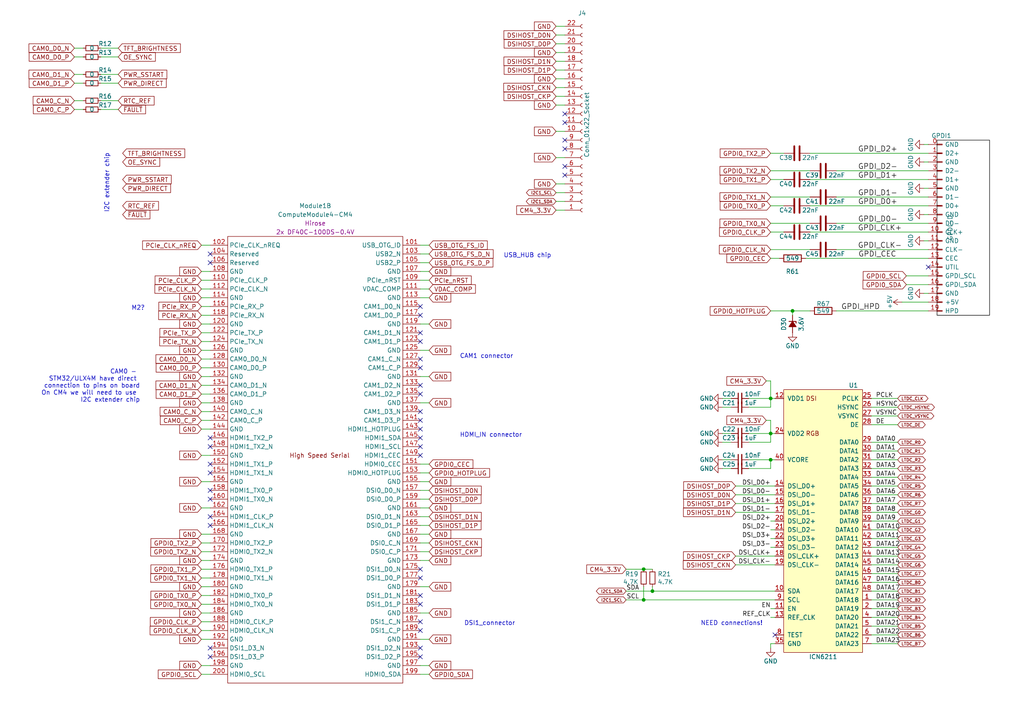
<source format=kicad_sch>
(kicad_sch (version 20230121) (generator eeschema)
  (paper "A4")
  (junction (at 186.69 165.1))
  (junction (at 223.52 133.35))
  (junction (at 186.69 173.99))
  (junction (at 223.52 115.57))
  (junction (at 223.52 125.73))
  (junction (at 189.23 171.45))
  (junction (at 229.87 90.17))
  (no_connect (at 121.92 165.1))
  (no_connect (at 121.92 106.68))
  (no_connect (at 60.96 127))
  (no_connect (at 163.83 35.56))
  (no_connect (at 121.92 104.14))
  (no_connect (at 60.96 187.96))
  (no_connect (at 121.92 182.88))
  (no_connect (at 121.92 88.9))
  (no_connect (at 60.96 152.4))
  (no_connect (at 60.96 134.62))
  (no_connect (at 121.92 129.54))
  (no_connect (at 224.79 184.15))
  (no_connect (at 121.92 175.26))
  (no_connect (at 121.92 114.3))
  (no_connect (at 60.96 190.5))
  (no_connect (at 60.96 144.78))
  (no_connect (at 163.83 33.02))
  (no_connect (at 163.83 48.26))
  (no_connect (at 60.96 129.54))
  (no_connect (at 121.92 121.92))
  (no_connect (at 60.96 142.24))
  (no_connect (at 121.92 124.46))
  (no_connect (at 269.24 77.47))
  (no_connect (at 121.92 190.5))
  (no_connect (at 60.96 137.16))
  (no_connect (at 163.83 50.8))
  (no_connect (at 60.96 73.66))
  (no_connect (at 121.92 99.06))
  (no_connect (at 121.92 119.38))
  (no_connect (at 163.83 40.64))
  (no_connect (at 121.92 91.44))
  (no_connect (at 121.92 132.08))
  (no_connect (at 121.92 96.52))
  (no_connect (at 121.92 172.72))
  (no_connect (at 121.92 167.64))
  (no_connect (at 121.92 180.34))
  (no_connect (at 60.96 149.86))
  (no_connect (at 121.92 127))
  (no_connect (at 121.92 111.76))
  (no_connect (at 163.83 43.18))
  (no_connect (at 121.92 187.96))
  (no_connect (at 60.96 76.2))
  (wire (pts (xy 58.42 71.12) (xy 60.96 71.12)))
  (wire (pts (xy 234.95 57.15) (xy 223.52 57.15)))
  (wire (pts (xy 121.92 134.62) (xy 124.46 134.62)))
  (wire (pts (xy 58.42 91.44) (xy 60.96 91.44)))
  (wire (pts (xy 269.24 46.99) (xy 267.97 46.99)))
  (wire (pts (xy 252.73 128.27) (xy 260.35 128.27)))
  (wire (pts (xy 121.92 76.2) (xy 124.46 76.2)))
  (wire (pts (xy 58.42 119.38) (xy 60.96 119.38)))
  (wire (pts (xy 58.42 177.8) (xy 60.96 177.8)))
  (wire (pts (xy 229.87 90.17) (xy 223.52 90.17)))
  (wire (pts (xy 121.92 73.66) (xy 124.46 73.66)))
  (wire (pts (xy 209.55 125.73) (xy 212.09 125.73)))
  (wire (pts (xy 223.52 176.53) (xy 224.79 176.53)))
  (wire (pts (xy 121.92 160.02) (xy 124.46 160.02)))
  (wire (pts (xy 227.33 52.07) (xy 223.52 52.07)))
  (wire (pts (xy 58.42 93.98) (xy 60.96 93.98)))
  (wire (pts (xy 252.73 168.91) (xy 260.35 168.91)))
  (wire (pts (xy 223.52 133.35) (xy 224.79 133.35)))
  (wire (pts (xy 269.24 72.39) (xy 242.57 72.39)))
  (wire (pts (xy 252.73 156.21) (xy 260.35 156.21)))
  (wire (pts (xy 227.33 59.69) (xy 223.52 59.69)))
  (wire (pts (xy 223.52 125.73) (xy 223.52 128.27)))
  (wire (pts (xy 29.21 24.13) (xy 34.29 24.13)))
  (wire (pts (xy 269.24 82.55) (xy 262.89 82.55)))
  (wire (pts (xy 58.42 195.58) (xy 60.96 195.58)))
  (wire (pts (xy 121.92 81.28) (xy 124.46 81.28)))
  (wire (pts (xy 252.73 171.45) (xy 260.35 171.45)))
  (wire (pts (xy 252.73 146.05) (xy 260.35 146.05)))
  (wire (pts (xy 161.29 58.42) (xy 163.83 58.42)))
  (wire (pts (xy 181.61 165.1) (xy 186.69 165.1)))
  (wire (pts (xy 252.73 161.29) (xy 260.35 161.29)))
  (wire (pts (xy 252.73 118.11) (xy 260.35 118.11)))
  (wire (pts (xy 58.42 180.34) (xy 60.96 180.34)))
  (wire (pts (xy 252.73 151.13) (xy 260.35 151.13)))
  (wire (pts (xy 213.36 148.59) (xy 224.79 148.59)))
  (wire (pts (xy 121.92 152.4) (xy 124.46 152.4)))
  (wire (pts (xy 189.23 171.45) (xy 189.23 170.18)))
  (wire (pts (xy 21.59 24.13) (xy 24.13 24.13)))
  (wire (pts (xy 269.24 64.77) (xy 242.57 64.77)))
  (wire (pts (xy 58.42 132.08) (xy 60.96 132.08)))
  (wire (pts (xy 217.17 133.35) (xy 223.52 133.35)))
  (wire (pts (xy 269.24 52.07) (xy 234.95 52.07)))
  (wire (pts (xy 58.42 167.64) (xy 60.96 167.64)))
  (wire (pts (xy 217.17 115.57) (xy 223.52 115.57)))
  (wire (pts (xy 242.57 90.17) (xy 269.24 90.17)))
  (wire (pts (xy 223.52 151.13) (xy 224.79 151.13)))
  (wire (pts (xy 252.73 153.67) (xy 260.35 153.67)))
  (wire (pts (xy 21.59 21.59) (xy 24.13 21.59)))
  (wire (pts (xy 189.23 171.45) (xy 224.79 171.45)))
  (wire (pts (xy 121.92 149.86) (xy 124.46 149.86)))
  (wire (pts (xy 161.29 25.4) (xy 163.83 25.4)))
  (wire (pts (xy 233.68 74.93) (xy 269.24 74.93)))
  (wire (pts (xy 29.21 13.97) (xy 34.29 13.97)))
  (wire (pts (xy 161.29 17.78) (xy 163.83 17.78)))
  (wire (pts (xy 58.42 124.46) (xy 60.96 124.46)))
  (wire (pts (xy 252.73 135.89) (xy 260.35 135.89)))
  (wire (pts (xy 29.21 16.51) (xy 34.29 16.51)))
  (wire (pts (xy 217.17 125.73) (xy 223.52 125.73)))
  (wire (pts (xy 252.73 173.99) (xy 260.35 173.99)))
  (wire (pts (xy 252.73 130.81) (xy 260.35 130.81)))
  (wire (pts (xy 58.42 185.42) (xy 60.96 185.42)))
  (wire (pts (xy 58.42 111.76) (xy 60.96 111.76)))
  (wire (pts (xy 121.92 93.98) (xy 124.46 93.98)))
  (wire (pts (xy 252.73 115.57) (xy 260.35 115.57)))
  (wire (pts (xy 21.59 29.21) (xy 24.13 29.21)))
  (wire (pts (xy 186.69 173.99) (xy 186.69 170.18)))
  (wire (pts (xy 58.42 81.28) (xy 60.96 81.28)))
  (wire (pts (xy 209.55 115.57) (xy 212.09 115.57)))
  (wire (pts (xy 121.92 154.94) (xy 124.46 154.94)))
  (wire (pts (xy 269.24 80.01) (xy 262.89 80.01)))
  (wire (pts (xy 222.25 121.92) (xy 223.52 121.92)))
  (wire (pts (xy 223.52 125.73) (xy 224.79 125.73)))
  (wire (pts (xy 213.36 143.51) (xy 224.79 143.51)))
  (wire (pts (xy 121.92 101.6) (xy 124.46 101.6)))
  (wire (pts (xy 58.42 172.72) (xy 60.96 172.72)))
  (wire (pts (xy 161.29 20.32) (xy 163.83 20.32)))
  (wire (pts (xy 252.73 163.83) (xy 260.35 163.83)))
  (wire (pts (xy 161.29 7.62) (xy 163.83 7.62)))
  (wire (pts (xy 58.42 114.3) (xy 60.96 114.3)))
  (wire (pts (xy 121.92 157.48) (xy 124.46 157.48)))
  (wire (pts (xy 226.06 74.93) (xy 223.52 74.93)))
  (wire (pts (xy 269.24 85.09) (xy 267.97 85.09)))
  (wire (pts (xy 227.33 44.45) (xy 223.52 44.45)))
  (wire (pts (xy 121.92 147.32) (xy 124.46 147.32)))
  (wire (pts (xy 223.52 115.57) (xy 224.79 115.57)))
  (wire (pts (xy 58.42 193.04) (xy 60.96 193.04)))
  (wire (pts (xy 269.24 41.91) (xy 267.97 41.91)))
  (wire (pts (xy 29.21 31.75) (xy 34.29 31.75)))
  (wire (pts (xy 269.24 49.53) (xy 242.57 49.53)))
  (wire (pts (xy 252.73 186.69) (xy 260.35 186.69)))
  (wire (pts (xy 29.21 21.59) (xy 34.29 21.59)))
  (wire (pts (xy 252.73 133.35) (xy 260.35 133.35)))
  (wire (pts (xy 223.52 115.57) (xy 223.52 118.11)))
  (wire (pts (xy 58.42 88.9) (xy 60.96 88.9)))
  (wire (pts (xy 252.73 184.15) (xy 260.35 184.15)))
  (wire (pts (xy 223.52 110.49) (xy 223.52 115.57)))
  (wire (pts (xy 223.52 135.89) (xy 217.17 135.89)))
  (wire (pts (xy 58.42 139.7) (xy 60.96 139.7)))
  (wire (pts (xy 161.29 55.88) (xy 163.83 55.88)))
  (wire (pts (xy 252.73 148.59) (xy 260.35 148.59)))
  (wire (pts (xy 58.42 154.94) (xy 60.96 154.94)))
  (wire (pts (xy 58.42 170.18) (xy 60.96 170.18)))
  (wire (pts (xy 223.52 156.21) (xy 224.79 156.21)))
  (wire (pts (xy 234.95 49.53) (xy 223.52 49.53)))
  (wire (pts (xy 58.42 182.88) (xy 60.96 182.88)))
  (wire (pts (xy 58.42 165.1) (xy 60.96 165.1)))
  (wire (pts (xy 121.92 83.82) (xy 124.46 83.82)))
  (wire (pts (xy 161.29 45.72) (xy 163.83 45.72)))
  (wire (pts (xy 121.92 185.42) (xy 124.46 185.42)))
  (wire (pts (xy 223.52 118.11) (xy 217.17 118.11)))
  (wire (pts (xy 21.59 16.51) (xy 24.13 16.51)))
  (wire (pts (xy 121.92 139.7) (xy 124.46 139.7)))
  (wire (pts (xy 161.29 27.94) (xy 163.83 27.94)))
  (wire (pts (xy 269.24 44.45) (xy 234.95 44.45)))
  (wire (pts (xy 121.92 78.74) (xy 124.46 78.74)))
  (wire (pts (xy 209.55 135.89) (xy 212.09 135.89)))
  (wire (pts (xy 121.92 137.16) (xy 124.46 137.16)))
  (wire (pts (xy 58.42 160.02) (xy 60.96 160.02)))
  (wire (pts (xy 121.92 162.56) (xy 124.46 162.56)))
  (wire (pts (xy 58.42 104.14) (xy 60.96 104.14)))
  (wire (pts (xy 21.59 31.75) (xy 24.13 31.75)))
  (wire (pts (xy 223.52 186.69) (xy 224.79 186.69)))
  (wire (pts (xy 58.42 83.82) (xy 60.96 83.82)))
  (wire (pts (xy 121.92 86.36) (xy 124.46 86.36)))
  (wire (pts (xy 161.29 15.24) (xy 163.83 15.24)))
  (wire (pts (xy 121.92 144.78) (xy 124.46 144.78)))
  (wire (pts (xy 223.52 153.67) (xy 224.79 153.67)))
  (wire (pts (xy 269.24 59.69) (xy 234.95 59.69)))
  (wire (pts (xy 58.42 157.48) (xy 60.96 157.48)))
  (wire (pts (xy 58.42 109.22) (xy 60.96 109.22)))
  (wire (pts (xy 222.25 110.49) (xy 223.52 110.49)))
  (wire (pts (xy 213.36 163.83) (xy 224.79 163.83)))
  (wire (pts (xy 213.36 140.97) (xy 224.79 140.97)))
  (wire (pts (xy 121.92 142.24) (xy 124.46 142.24)))
  (wire (pts (xy 181.61 173.99) (xy 186.69 173.99)))
  (wire (pts (xy 227.33 67.31) (xy 223.52 67.31)))
  (wire (pts (xy 121.92 109.22) (xy 124.46 109.22)))
  (wire (pts (xy 213.36 161.29) (xy 224.79 161.29)))
  (wire (pts (xy 223.52 186.69) (xy 223.52 187.96)))
  (wire (pts (xy 161.29 30.48) (xy 163.83 30.48)))
  (wire (pts (xy 252.73 166.37) (xy 260.35 166.37)))
  (wire (pts (xy 161.29 12.7) (xy 163.83 12.7)))
  (wire (pts (xy 58.42 99.06) (xy 60.96 99.06)))
  (wire (pts (xy 252.73 143.51) (xy 260.35 143.51)))
  (wire (pts (xy 58.42 96.52) (xy 60.96 96.52)))
  (wire (pts (xy 269.24 69.85) (xy 267.97 69.85)))
  (wire (pts (xy 121.92 177.8) (xy 124.46 177.8)))
  (wire (pts (xy 269.24 57.15) (xy 242.57 57.15)))
  (wire (pts (xy 213.36 146.05) (xy 224.79 146.05)))
  (wire (pts (xy 161.29 60.96) (xy 163.83 60.96)))
  (wire (pts (xy 161.29 53.34) (xy 163.83 53.34)))
  (wire (pts (xy 234.95 90.17) (xy 229.87 90.17)))
  (wire (pts (xy 209.55 128.27) (xy 212.09 128.27)))
  (wire (pts (xy 58.42 121.92) (xy 60.96 121.92)))
  (wire (pts (xy 121.92 71.12) (xy 124.46 71.12)))
  (wire (pts (xy 161.29 38.1) (xy 163.83 38.1)))
  (wire (pts (xy 209.55 133.35) (xy 212.09 133.35)))
  (wire (pts (xy 252.73 120.65) (xy 260.35 120.65)))
  (wire (pts (xy 58.42 78.74) (xy 60.96 78.74)))
  (wire (pts (xy 121.92 170.18) (xy 124.46 170.18)))
  (wire (pts (xy 269.24 67.31) (xy 234.95 67.31)))
  (wire (pts (xy 181.61 171.45) (xy 189.23 171.45)))
  (wire (pts (xy 269.24 62.23) (xy 267.97 62.23)))
  (wire (pts (xy 252.73 158.75) (xy 260.35 158.75)))
  (wire (pts (xy 161.29 10.16) (xy 163.83 10.16)))
  (wire (pts (xy 121.92 195.58) (xy 124.46 195.58)))
  (wire (pts (xy 186.69 165.1) (xy 189.23 165.1)))
  (wire (pts (xy 252.73 140.97) (xy 260.35 140.97)))
  (wire (pts (xy 161.29 22.86) (xy 163.83 22.86)))
  (wire (pts (xy 223.52 158.75) (xy 224.79 158.75)))
  (wire (pts (xy 252.73 179.07) (xy 260.35 179.07)))
  (wire (pts (xy 269.24 87.63) (xy 261.62 87.63)))
  (wire (pts (xy 58.42 86.36) (xy 60.96 86.36)))
  (wire (pts (xy 58.42 147.32) (xy 60.96 147.32)))
  (wire (pts (xy 234.95 64.77) (xy 223.52 64.77)))
  (wire (pts (xy 209.55 118.11) (xy 212.09 118.11)))
  (wire (pts (xy 223.52 133.35) (xy 223.52 135.89)))
  (wire (pts (xy 58.42 175.26) (xy 60.96 175.26)))
  (wire (pts (xy 252.73 138.43) (xy 260.35 138.43)))
  (wire (pts (xy 121.92 116.84) (xy 124.46 116.84)))
  (wire (pts (xy 58.42 101.6) (xy 60.96 101.6)))
  (wire (pts (xy 186.69 173.99) (xy 224.79 173.99)))
  (wire (pts (xy 58.42 106.68) (xy 60.96 106.68)))
  (wire (pts (xy 58.42 162.56) (xy 60.96 162.56)))
  (wire (pts (xy 223.52 128.27) (xy 217.17 128.27)))
  (wire (pts (xy 223.52 121.92) (xy 223.52 125.73)))
  (wire (pts (xy 252.73 181.61) (xy 260.35 181.61)))
  (wire (pts (xy 223.52 179.07) (xy 224.79 179.07)))
  (wire (pts (xy 121.92 193.04) (xy 124.46 193.04)))
  (wire (pts (xy 252.73 123.19) (xy 260.35 123.19)))
  (wire (pts (xy 29.21 29.21) (xy 34.29 29.21)))
  (wire (pts (xy 229.87 90.17) (xy 229.87 91.44)))
  (wire (pts (xy 234.95 72.39) (xy 223.52 72.39)))
  (wire (pts (xy 269.24 54.61) (xy 267.97 54.61)))
  (wire (pts (xy 58.42 116.84) (xy 60.96 116.84)))
  (wire (pts (xy 21.59 13.97) (xy 24.13 13.97)))
  (wire (pts (xy 252.73 176.53) (xy 260.35 176.53)))
  (text "CAM1 connector" (at 133.35 104.14 0) (effects (font (size 1.27 1.27)) (justify left bottom)))
  (text "I2C extender chip" (at 31.75 44.45 90) (effects (font (size 1.27 1.27)) (justify right bottom)))
  (text "M2?" (at 38.1 90.17 0) (effects (font (size 1.27 1.27)) (justify left bottom)))
  (text "USB_HUB chip" (at 146.05 74.93 0) (effects (font (size 1.27 1.27)) (justify left bottom)))
  (text "DSI1_connector" (at 134.62 181.61 0) (effects (font (size 1.27 1.27)) (justify left bottom)))
  (text "NEED connections!" (at 203.2 181.61 0) (effects (font (size 1.27 1.27)) (justify left bottom)))
  (text "HDMI_IN connector" (at 133.35 127 0) (effects (font (size 1.27 1.27)) (justify left bottom)))
  (text "CAM0 - \nSTM32/ULX4M have direct \nconnection to pins on board\nOn CM4 we will need to use \nI2C extender chip" (at 40.64 116.84 0) (effects (font (size 1.27 1.27)) (justify right bottom)))
  (label "DATA6" (at 254 143.51 0))
  (label "GPDI_D0+" (at 260.35 59.69 180) (effects (font (size 1.524 1.524))))
  (label "DSI_D1+" (at 223.52 146.05 180))
  (label "DSI_D1-" (at 223.52 148.59 180))
  (label "DATA14" (at 254 163.83 0))
  (label "DATA13" (at 254 161.29 0))
  (label "GPDI_CLK-" (at 261.62 72.39 180) (effects (font (size 1.524 1.524))))
  (label "DATA1" (at 254 130.81 0))
  (label "GPDI_HPD" (at 255.27 90.17 180) (effects (font (size 1.524 1.524))))
  (label "DSI_D2-" (at 223.52 153.67 180))
  (label "DSI_CLK+" (at 223.52 161.29 180))
  (label "DATA8" (at 254 148.59 0))
  (label "EN" (at 223.52 176.53 180))
  (label "DATA4" (at 254 138.43 0))
  (label "GPDI_D2+" (at 260.35 44.45 180) (effects (font (size 1.524 1.524))))
  (label "GPDI_CEC" (at 248.92 74.93 0) (effects (font (size 1.524 1.524))))
  (label "SCL" (at 185.42 173.99 180))
  (label "DATA12" (at 254 158.75 0))
  (label "VSYNC" (at 254 120.65 0))
  (label "DATA10" (at 254 153.67 0))
  (label "PCLK" (at 254 115.57 0))
  (label "DATA19" (at 254 176.53 0))
  (label "DATA0" (at 254 128.27 0))
  (label "DATA15" (at 254 166.37 0))
  (label "DSI_D3+" (at 223.52 156.21 180))
  (label "DSI_D2+" (at 223.52 151.13 180))
  (label "GPDI_D1+" (at 260.35 52.07 180) (effects (font (size 1.524 1.524))))
  (label "DSI_D0+" (at 223.52 140.97 180))
  (label "DATA9" (at 254 151.13 0))
  (label "HSYNC" (at 254 118.11 0))
  (label "DATA7" (at 254 146.05 0))
  (label "GPDI_CLK+" (at 261.62 67.31 180) (effects (font (size 1.524 1.524))))
  (label "DE" (at 254 123.19 0))
  (label "DSI_D0-" (at 223.52 143.51 180))
  (label "DATA21" (at 254 181.61 0))
  (label "DATA5" (at 254 140.97 0))
  (label "DATA18" (at 254 173.99 0))
  (label "DATA23" (at 254 186.69 0))
  (label "DATA11" (at 254 156.21 0))
  (label "SDA" (at 185.42 171.45 180))
  (label "DATA2" (at 254 133.35 0))
  (label "GPDI_D0-" (at 260.35 64.77 180) (effects (font (size 1.524 1.524))))
  (label "DATA22" (at 254 184.15 0))
  (label "REF_CLK" (at 223.52 179.07 180))
  (label "DATA20" (at 254 179.07 0))
  (label "GPDI_D2-" (at 260.35 49.53 180) (effects (font (size 1.524 1.524))))
  (label "DATA16" (at 254 168.91 0))
  (label "DATA3" (at 254 135.89 0))
  (label "GPDI_D1-" (at 260.35 57.15 180) (effects (font (size 1.524 1.524))))
  (label "DATA17" (at 254 171.45 0))
  (label "DSI_CLK-" (at 223.52 163.83 180))
  (label "DSI_D3-" (at 223.52 158.75 180))
  (global_label "DSIHOST_D0P" (shape input) (at 124.46 144.78 0) (property "Intersheetrefs" "${INTERSHEET_REFS}" (effects hide)))
  (global_label "GND" (shape input) (at 124.46 185.42 0) (property "Intersheetrefs" "${INTERSHEET_REFS}" (effects hide)))
  (global_label "DSIHOST_CKN" (shape input) (at 161.29 25.4 180) (property "Intersheetrefs" "${INTERSHEET_REFS}" (effects hide)))
  (global_label "PWR_DIRECT" (shape input) (at 34.29 24.13 0) (property "Intersheetrefs" "${INTERSHEET_REFS}" (effects hide)))
  (global_label "GND" (shape input) (at 161.29 53.34 180) (property "Intersheetrefs" "${INTERSHEET_REFS}" (effects hide)))
  (global_label "LTDC_G6" (shape bidirectional) (at 260.35 163.83 0) (effects (font (size 0.889 0.889))) (property "Intersheetrefs" "${INTERSHEET_REFS}" (effects hide)))
  (global_label "LTDC_R1" (shape bidirectional) (at 260.35 130.81 0) (effects (font (size 0.889 0.889))) (property "Intersheetrefs" "${INTERSHEET_REFS}" (effects hide)))
  (global_label "LTDC_B2" (shape bidirectional) (at 260.35 173.99 0) (effects (font (size 0.889 0.889))) (property "Intersheetrefs" "${INTERSHEET_REFS}" (effects hide)))
  (global_label "GPDI0_HOTPLUG" (shape input) (at 124.46 137.16 0) (property "Intersheetrefs" "${INTERSHEET_REFS}" (effects hide)))
  (global_label "GPDI0_TX0_N" (shape input) (at 223.52 64.77 180) (property "Intersheetrefs" "${INTERSHEET_REFS}" (effects hide)))
  (global_label "I2C1_SDA" (shape bidirectional) (at 181.61 171.45 180) (effects (font (size 0.889 0.889))) (property "Intersheetrefs" "${INTERSHEET_REFS}" (effects hide)))
  (global_label "LTDC_B4" (shape bidirectional) (at 260.35 179.07 0) (effects (font (size 0.889 0.889))) (property "Intersheetrefs" "${INTERSHEET_REFS}" (effects hide)))
  (global_label "CM4_3.3V" (shape input) (at 222.25 121.92 180) (property "Intersheetrefs" "${INTERSHEET_REFS}" (effects hide)))
  (global_label "GPDI0_TX0_P" (shape input) (at 223.52 59.69 180) (property "Intersheetrefs" "${INTERSHEET_REFS}" (effects hide)))
  (global_label "CAM0_D1_N" (shape input) (at 21.59 21.59 180) (property "Intersheetrefs" "${INTERSHEET_REFS}" (effects hide)))
  (global_label "GPDI0_SDA" (shape input) (at 124.46 195.58 0) (property "Intersheetrefs" "${INTERSHEET_REFS}" (effects hide)))
  (global_label "PCIe_CLK_nREQ" (shape input) (at 58.42 71.12 180) (property "Intersheetrefs" "${INTERSHEET_REFS}" (effects hide)))
  (global_label "GND" (shape input) (at 58.42 154.94 180) (property "Intersheetrefs" "${INTERSHEET_REFS}" (effects hide)))
  (global_label "LTDC_G2" (shape bidirectional) (at 260.35 153.67 0) (effects (font (size 0.889 0.889))) (property "Intersheetrefs" "${INTERSHEET_REFS}" (effects hide)))
  (global_label "GND" (shape input) (at 58.42 177.8 180) (property "Intersheetrefs" "${INTERSHEET_REFS}" (effects hide)))
  (global_label "I2C1_SDA" (shape bidirectional) (at 161.29 58.42 180) (effects (font (size 0.889 0.889))) (property "Intersheetrefs" "${INTERSHEET_REFS}" (effects hide)))
  (global_label "GND" (shape input) (at 124.46 139.7 0) (property "Intersheetrefs" "${INTERSHEET_REFS}" (effects hide)))
  (global_label "GND" (shape input) (at 161.29 45.72 180) (property "Intersheetrefs" "${INTERSHEET_REFS}" (effects hide)))
  (global_label "DSIHOST_D0N" (shape input) (at 213.36 143.51 180) (property "Intersheetrefs" "${INTERSHEET_REFS}" (effects hide)))
  (global_label "GND" (shape input) (at 58.42 116.84 180) (property "Intersheetrefs" "${INTERSHEET_REFS}" (effects hide)))
  (global_label "GPDI0_CLK_P" (shape input) (at 223.52 67.31 180) (property "Intersheetrefs" "${INTERSHEET_REFS}" (effects hide)))
  (global_label "LTDC_B3" (shape bidirectional) (at 260.35 176.53 0) (effects (font (size 0.889 0.889))) (property "Intersheetrefs" "${INTERSHEET_REFS}" (effects hide)))
  (global_label "DSIHOST_D0N" (shape input) (at 124.46 142.24 0) (property "Intersheetrefs" "${INTERSHEET_REFS}" (effects hide)))
  (global_label "GND" (shape input) (at 161.29 15.24 180) (property "Intersheetrefs" "${INTERSHEET_REFS}" (effects hide)))
  (global_label "~{FAULT}" (shape input) (at 34.29 31.75 0) (property "Intersheetrefs" "${INTERSHEET_REFS}" (effects hide)))
  (global_label "GPDI0_SCL" (shape input) (at 58.42 195.58 180) (property "Intersheetrefs" "${INTERSHEET_REFS}" (effects hide)))
  (global_label "GPDI0_TX0_N" (shape input) (at 58.42 175.26 180) (property "Intersheetrefs" "${INTERSHEET_REFS}" (effects hide)))
  (global_label "DSIHOST_D0P" (shape input) (at 213.36 140.97 180) (property "Intersheetrefs" "${INTERSHEET_REFS}" (effects hide)))
  (global_label "GND" (shape input) (at 58.42 162.56 180) (property "Intersheetrefs" "${INTERSHEET_REFS}" (effects hide)))
  (global_label "PCIe_RX_P" (shape input) (at 58.42 88.9 180) (property "Intersheetrefs" "${INTERSHEET_REFS}" (effects hide)))
  (global_label "GND" (shape input) (at 58.42 185.42 180) (property "Intersheetrefs" "${INTERSHEET_REFS}" (effects hide)))
  (global_label "LTDC_B1" (shape bidirectional) (at 260.35 171.45 0) (effects (font (size 0.889 0.889))) (property "Intersheetrefs" "${INTERSHEET_REFS}" (effects hide)))
  (global_label "GND" (shape input) (at 124.46 147.32 0) (property "Intersheetrefs" "${INTERSHEET_REFS}" (effects hide)))
  (global_label "TFT_BRIGHTNESS" (shape input) (at 34.29 13.97 0) (property "Intersheetrefs" "${INTERSHEET_REFS}" (effects hide)))
  (global_label "PWR_SSTART" (shape input) (at 34.29 21.59 0) (property "Intersheetrefs" "${INTERSHEET_REFS}" (effects hide)))
  (global_label "GND" (shape input) (at 124.46 177.8 0) (property "Intersheetrefs" "${INTERSHEET_REFS}" (effects hide)))
  (global_label "GND" (shape input) (at 58.42 101.6 180) (property "Intersheetrefs" "${INTERSHEET_REFS}" (effects hide)))
  (global_label "PWR_SSTART" (shape input) (at 35.56 52.07 0) (property "Intersheetrefs" "${INTERSHEET_REFS}" (effects hide)))
  (global_label "GPDI0_HOTPLUG" (shape input) (at 223.52 90.17 180) (property "Intersheetrefs" "${INTERSHEET_REFS}" (effects hide)))
  (global_label "DSIHOST_D1N" (shape input) (at 124.46 149.86 0) (property "Intersheetrefs" "${INTERSHEET_REFS}" (effects hide)))
  (global_label "GPDI0_TX1_N" (shape input) (at 58.42 167.64 180) (property "Intersheetrefs" "${INTERSHEET_REFS}" (effects hide)))
  (global_label "LTDC_G4" (shape bidirectional) (at 260.35 158.75 0) (effects (font (size 0.889 0.889))) (property "Intersheetrefs" "${INTERSHEET_REFS}" (effects hide)))
  (global_label "GPDI0_CLK_P" (shape input) (at 58.42 180.34 180) (property "Intersheetrefs" "${INTERSHEET_REFS}" (effects hide)))
  (global_label "DSIHOST_D1N" (shape input) (at 213.36 148.59 180) (property "Intersheetrefs" "${INTERSHEET_REFS}" (effects hide)))
  (global_label "LTDC_VSYNC" (shape bidirectional) (at 260.35 120.65 0) (effects (font (size 0.889 0.889))) (property "Intersheetrefs" "${INTERSHEET_REFS}" (effects hide)))
  (global_label "USB_OTG_FS_D_N" (shape input) (at 124.46 73.66 0) (property "Intersheetrefs" "${INTERSHEET_REFS}" (effects hide)))
  (global_label "GPDI0_TX2_N" (shape input) (at 223.52 49.53 180) (property "Intersheetrefs" "${INTERSHEET_REFS}" (effects hide)))
  (global_label "LTDC_R3" (shape bidirectional) (at 260.35 135.89 0) (effects (font (size 0.889 0.889))) (property "Intersheetrefs" "${INTERSHEET_REFS}" (effects hide)))
  (global_label "DSIHOST_D1N" (shape input) (at 161.29 17.78 180) (property "Intersheetrefs" "${INTERSHEET_REFS}" (effects hide)))
  (global_label "PCIe_nRST" (shape input) (at 124.46 81.28 0) (property "Intersheetrefs" "${INTERSHEET_REFS}" (effects hide)))
  (global_label "CAM0_C_N" (shape input) (at 21.59 29.21 180) (property "Intersheetrefs" "${INTERSHEET_REFS}" (effects hide)))
  (global_label "LTDC_R7" (shape bidirectional) (at 260.35 146.05 0) (effects (font (size 0.889 0.889))) (property "Intersheetrefs" "${INTERSHEET_REFS}" (effects hide)))
  (global_label "GPDI0_CLK_N" (shape input) (at 223.52 72.39 180) (property "Intersheetrefs" "${INTERSHEET_REFS}" (effects hide)))
  (global_label "CM4_3.3V" (shape input) (at 222.25 110.49 180) (property "Intersheetrefs" "${INTERSHEET_REFS}" (effects hide)))
  (global_label "GND" (shape input) (at 58.42 193.04 180) (property "Intersheetrefs" "${INTERSHEET_REFS}" (effects hide)))
  (global_label "GND" (shape input) (at 58.42 132.08 180) (property "Intersheetrefs" "${INTERSHEET_REFS}" (effects hide)))
  (global_label "DSIHOST_CKP" (shape input) (at 161.29 27.94 180) (property "Intersheetrefs" "${INTERSHEET_REFS}" (effects hide)))
  (global_label "GND" (shape input) (at 58.42 147.32 180) (property "Intersheetrefs" "${INTERSHEET_REFS}" (effects hide)))
  (global_label "GND" (shape input) (at 124.46 193.04 0) (property "Intersheetrefs" "${INTERSHEET_REFS}" (effects hide)))
  (global_label "GND" (shape input) (at 124.46 116.84 0) (property "Intersheetrefs" "${INTERSHEET_REFS}" (effects hide)))
  (global_label "GPDI0_CEC" (shape input) (at 124.46 134.62 0) (property "Intersheetrefs" "${INTERSHEET_REFS}" (effects hide)))
  (global_label "GND" (shape input) (at 124.46 93.98 0) (property "Intersheetrefs" "${INTERSHEET_REFS}" (effects hide)))
  (global_label "LTDC_DE" (shape bidirectional) (at 260.35 123.19 0) (effects (font (size 0.889 0.889))) (property "Intersheetrefs" "${INTERSHEET_REFS}" (effects hide)))
  (global_label "GND" (shape input) (at 124.46 109.22 0) (property "Intersheetrefs" "${INTERSHEET_REFS}" (effects hide)))
  (global_label "CM4_3.3V" (shape input) (at 161.29 60.96 180) (property "Intersheetrefs" "${INTERSHEET_REFS}" (effects hide)))
  (global_label "GPDI0_TX1_P" (shape input) (at 223.52 52.07 180) (property "Intersheetrefs" "${INTERSHEET_REFS}" (effects hide)))
  (global_label "GND" (shape input) (at 161.29 22.86 180) (property "Intersheetrefs" "${INTERSHEET_REFS}" (effects hide)))
  (global_label "PCIe_CLK_P" (shape input) (at 58.42 81.28 180) (property "Intersheetrefs" "${INTERSHEET_REFS}" (effects hide)))
  (global_label "RTC_REF" (shape input) (at 34.29 29.21 0) (property "Intersheetrefs" "${INTERSHEET_REFS}" (effects hide)))
  (global_label "OE_SYNC" (shape input) (at 34.29 16.51 0) (property "Intersheetrefs" "${INTERSHEET_REFS}" (effects hide)))
  (global_label "LTDC_B5" (shape bidirectional) (at 260.35 181.61 0) (effects (font (size 0.889 0.889))) (property "Intersheetrefs" "${INTERSHEET_REFS}" (effects hide)))
  (global_label "GND" (shape input) (at 124.46 86.36 0) (property "Intersheetrefs" "${INTERSHEET_REFS}" (effects hide)))
  (global_label "GPDI0_TX1_N" (shape input) (at 223.52 57.15 180) (property "Intersheetrefs" "${INTERSHEET_REFS}" (effects hide)))
  (global_label "I2C1_SCL" (shape bidirectional) (at 161.29 55.88 180) (effects (font (size 0.889 0.889))) (property "Intersheetrefs" "${INTERSHEET_REFS}" (effects hide)))
  (global_label "GND" (shape input) (at 124.46 101.6 0) (property "Intersheetrefs" "${INTERSHEET_REFS}" (effects hide)))
  (global_label "GND" (shape input) (at 58.42 170.18 180) (property "Intersheetrefs" "${INTERSHEET_REFS}" (effects hide)))
  (global_label "DSIHOST_D0N" (shape input) (at 161.29 10.16 180) (property "Intersheetrefs" "${INTERSHEET_REFS}" (effects hide)))
  (global_label "DSIHOST_CKN" (shape input) (at 213.36 163.83 180) (property "Intersheetrefs" "${INTERSHEET_REFS}" (effects hide)))
  (global_label "GND" (shape input) (at 124.46 154.94 0) (property "Intersheetrefs" "${INTERSHEET_REFS}" (effects hide)))
  (global_label "GND" (shape input) (at 161.29 30.48 180) (property "Intersheetrefs" "${INTERSHEET_REFS}" (effects hide)))
  (global_label "DSIHOST_D1P" (shape input) (at 161.29 20.32 180) (property "Intersheetrefs" "${INTERSHEET_REFS}" (effects hide)))
  (global_label "GPDI0_TX0_P" (shape input) (at 58.42 172.72 180) (property "Intersheetrefs" "${INTERSHEET_REFS}" (effects hide)))
  (global_label "LTDC_R6" (shape bidirectional) (at 260.35 143.51 0) (effects (font (size 0.889 0.889))) (property "Intersheetrefs" "${INTERSHEET_REFS}" (effects hide)))
  (global_label "USB_OTG_FS_ID" (shape input) (at 124.46 71.12 0) (property "Intersheetrefs" "${INTERSHEET_REFS}" (effects hide)))
  (global_label "CAM0_C_N" (shape input) (at 58.42 119.38 180) (property "Intersheetrefs" "${INTERSHEET_REFS}" (effects hide)))
  (global_label "GPDI0_TX1_P" (shape input) (at 58.42 165.1 180) (property "Intersheetrefs" "${INTERSHEET_REFS}" (effects hide)))
  (global_label "PCIe_TX_N" (shape input) (at 58.42 99.06 180) (property "Intersheetrefs" "${INTERSHEET_REFS}" (effects hide)))
  (global_label "LTDC_CLK" (shape bidirectional) (at 260.35 115.57 0) (effects (font (size 0.889 0.889))) (property "Intersheetrefs" "${INTERSHEET_REFS}" (effects hide)))
  (global_label "CAM0_D0_P" (shape input) (at 21.59 16.51 180) (property "Intersheetrefs" "${INTERSHEET_REFS}" (effects hide)))
  (global_label "LTDC_B6" (shape bidirectional) (at 260.35 184.15 0) (effects (font (size 0.889 0.889))) (property "Intersheetrefs" "${INTERSHEET_REFS}" (effects hide)))
  (global_label "DSIHOST_CKP" (shape input) (at 124.46 160.02 0) (property "Intersheetrefs" "${INTERSHEET_REFS}" (effects hide)))
  (global_label "TFT_BRIGHTNESS" (shape input) (at 35.56 44.45 0) (property "Intersheetrefs" "${INTERSHEET_REFS}" (effects hide)))
  (global_label "GPDI0_CLK_N" (shape input) (at 58.42 182.88 180) (property "Intersheetrefs" "${INTERSHEET_REFS}" (effects hide)))
  (global_label "USB_OTG_FS_D_P" (shape input) (at 124.46 76.2 0) (property "Intersheetrefs" "${INTERSHEET_REFS}" (effects hide)))
  (global_label "LTDC_G1" (shape bidirectional) (at 260.35 151.13 0) (effects (font (size 0.889 0.889))) (property "Intersheetrefs" "${INTERSHEET_REFS}" (effects hide)))
  (global_label "GPDI0_TX2_N" (shape input) (at 58.42 160.02 180) (property "Intersheetrefs" "${INTERSHEET_REFS}" (effects hide)))
  (global_label "DSIHOST_D1P" (shape input) (at 124.46 152.4 0) (property "Intersheetrefs" "${INTERSHEET_REFS}" (effects hide)))
  (global_label "GND" (shape input) (at 58.42 124.46 180) (property "Intersheetrefs" "${INTERSHEET_REFS}" (effects hide)))
  (global_label "LTDC_R0" (shape bidirectional) (at 260.35 128.27 0) (effects (font (size 0.889 0.889))) (property "Intersheetrefs" "${INTERSHEET_REFS}" (effects hide)))
  (global_label "LTDC_R5" (shape bidirectional) (at 260.35 140.97 0) (effects (font (size 0.889 0.889))) (property "Intersheetrefs" "${INTERSHEET_REFS}" (effects hide)))
  (global_label "PCIe_CLK_N" (shape input) (at 58.42 83.82 180) (property "Intersheetrefs" "${INTERSHEET_REFS}" (effects hide)))
  (global_label "PWR_DIRECT" (shape input) (at 35.56 54.61 0) (property "Intersheetrefs" "${INTERSHEET_REFS}" (effects hide)))
  (global_label "LTDC_G0" (shape bidirectional) (at 260.35 148.59 0) (effects (font (size 0.889 0.889))) (property "Intersheetrefs" "${INTERSHEET_REFS}" (effects hide)))
  (global_label "CAM0_D1_N" (shape input) (at 58.42 111.76 180) (property "Intersheetrefs" "${INTERSHEET_REFS}" (effects hide)))
  (global_label "LTDC_B7" (shape bidirectional) (at 260.35 186.69 0) (effects (font (size 0.889 0.889))) (property "Intersheetrefs" "${INTERSHEET_REFS}" (effects hide)))
  (global_label "LTDC_R2" (shape bidirectional) (at 260.35 133.35 0) (effects (font (size 0.889 0.889))) (property "Intersheetrefs" "${INTERSHEET_REFS}" (effects hide)))
  (global_label "LTDC_G3" (shape bidirectional) (at 260.35 156.21 0) (effects (font (size 0.889 0.889))) (property "Intersheetrefs" "${INTERSHEET_REFS}" (effects hide)))
  (global_label "GND" (shape input) (at 124.46 78.74 0) (property "Intersheetrefs" "${INTERSHEET_REFS}" (effects hide)))
  (global_label "CAM0_C_P" (shape input) (at 58.42 121.92 180) (property "Intersheetrefs" "${INTERSHEET_REFS}" (effects hide)))
  (global_label "LTDC_G5" (shape bidirectional) (at 260.35 161.29 0) (effects (font (size 0.889 0.889))) (property "Intersheetrefs" "${INTERSHEET_REFS}" (effects hide)))
  (global_label "I2C1_SCL" (shape bidirectional) (at 181.61 173.99 180) (effects (font (size 0.889 0.889))) (property "Intersheetrefs" "${INTERSHEET_REFS}" (effects hide)))
  (global_label "GND" (shape input) (at 58.42 139.7 180) (property "Intersheetrefs" "${INTERSHEET_REFS}" (effects hide)))
  (global_label "GND" (shape input) (at 124.46 170.18 0) (property "Intersheetrefs" "${INTERSHEET_REFS}" (effects hide)))
  (global_label "PCIe_TX_P" (shape input) (at 58.42 96.52 180) (property "Intersheetrefs" "${INTERSHEET_REFS}" (effects hide)))
  (global_label "GPDI0_TX2_P" (shape input) (at 223.52 44.45 180) (property "Intersheetrefs" "${INTERSHEET_REFS}" (effects hide)))
  (global_label "GND" (shape input) (at 58.42 78.74 180) (property "Intersheetrefs" "${INTERSHEET_REFS}" (effects hide)))
  (global_label "GND" (shape input) (at 58.42 109.22 180) (property "Intersheetrefs" "${INTERSHEET_REFS}" (effects hide)))
  (global_label "PCIe_RX_N" (shape input) (at 58.42 91.44 180) (property "Intersheetrefs" "${INTERSHEET_REFS}" (effects hide)))
  (global_label "CAM0_C_P" (shape input) (at 21.59 31.75 180) (property "Intersheetrefs" "${INTERSHEET_REFS}" (effects hide)))
  (global_label "GND" (shape input) (at 124.46 162.56 0) (property "Intersheetrefs" "${INTERSHEET_REFS}" (effects hide)))
  (global_label "LTDC_HSYNC" (shape bidirectional) (at 260.35 118.11 0) (effects (font (size 0.889 0.889))) (property "Intersheetrefs" "${INTERSHEET_REFS}" (effects hide)))
  (global_label "GPDI0_SDA" (shape input) (at 262.89 82.55 180) (property "Intersheetrefs" "${INTERSHEET_REFS}" (effects hide)))
  (global_label "CAM0_D1_P" (shape input) (at 21.59 24.13 180) (property "Intersheetrefs" "${INTERSHEET_REFS}" (effects hide)))
  (global_label "GPDI0_SCL" (shape input) (at 262.89 80.01 180) (property "Intersheetrefs" "${INTERSHEET_REFS}" (effects hide)))
  (global_label "CAM0_D0_N" (shape input) (at 21.59 13.97 180) (property "Intersheetrefs" "${INTERSHEET_REFS}" (effects hide)))
  (global_label "CAM0_D1_P" (shape input) (at 58.42 114.3 180) (property "Intersheetrefs" "${INTERSHEET_REFS}" (effects hide)))
  (global_label "GND" (shape input) (at 161.29 38.1 180) (property "Intersheetrefs" "${INTERSHEET_REFS}" (effects hide)))
  (global_label "CAM0_D0_P" (shape input) (at 58.42 106.68 180) (property "Intersheetrefs" "${INTERSHEET_REFS}" (effects hide)))
  (global_label "~{FAULT}" (shape input) (at 35.56 62.23 0) (property "Intersheetrefs" "${INTERSHEET_REFS}" (effects hide)))
  (global_label "GND" (shape input) (at 161.29 7.62 180) (property "Intersheetrefs" "${INTERSHEET_REFS}" (effects hide)))
  (global_label "CM4_3.3V" (shape input) (at 181.61 165.1 180) (property "Intersheetrefs" "${INTERSHEET_REFS}" (effects hide)))
  (global_label "DSIHOST_D1P" (shape input) (at 213.36 146.05 180) (property "Intersheetrefs" "${INTERSHEET_REFS}" (effects hide)))
  (global_label "GPDI0_CEC" (shape input) (at 223.52 74.93 180) (property "Intersheetrefs" "${INTERSHEET_REFS}" (effects hide)))
  (global_label "GND" (shape input) (at 58.42 86.36 180) (property "Intersheetrefs" "${INTERSHEET_REFS}" (effects hide)))
  (global_label "DSIHOST_CKN" (shape input) (at 124.46 157.48 0) (property "Intersheetrefs" "${INTERSHEET_REFS}" (effects hide)))
  (global_label "DSIHOST_CKP" (shape input) (at 213.36 161.29 180) (property "Intersheetrefs" "${INTERSHEET_REFS}" (effects hide)))
  (global_label "VDAC_COMP" (shape input) (at 124.46 83.82 0) (property "Intersheetrefs" "${INTERSHEET_REFS}" (effects hide)))
  (global_label "GND" (shape input) (at 58.42 93.98 180) (property "Intersheetrefs" "${INTERSHEET_REFS}" (effects hide)))
  (global_label "GPDI0_TX2_P" (shape input) (at 58.42 157.48 180) (property "Intersheetrefs" "${INTERSHEET_REFS}" (effects hide)))
  (global_label "CAM0_D0_N" (shape input) (at 58.42 104.14 180) (property "Intersheetrefs" "${INTERSHEET_REFS}" (effects hide)))
  (global_label "OE_SYNC" (shape input) (at 35.56 46.99 0) (property "Intersheetrefs" "${INTERSHEET_REFS}" (effects hide)))
  (global_label "LTDC_R4" (shape bidirectional) (at 260.35 138.43 0) (effects (font (size 0.889 0.889))) (property "Intersheetrefs" "${INTERSHEET_REFS}" (effects hide)))
  (global_label "LTDC_B0" (shape bidirectional) (at 260.35 168.91 0) (effects (font (size 0.889 0.889))) (property "Intersheetrefs" "${INTERSHEET_REFS}" (effects hide)))
  (global_label "RTC_REF" (shape input) (at 35.56 59.69 0) (property "Intersheetrefs" "${INTERSHEET_REFS}" (effects hide)))
  (global_label "DSIHOST_D0P" (shape input) (at 161.29 12.7 180) (property "Intersheetrefs" "${INTERSHEET_REFS}" (effects hide)))
  (global_label "LTDC_G7" (shape bidirectional) (at 260.35 166.37 0) (effects (font (size 0.889 0.889))) (property "Intersheetrefs" "${INTERSHEET_REFS}" (effects hide)))
  (symbol (lib_id "power:GND") (at 209.55 133.35 270) (unit 1)
    (property "Reference" "#PWR014" (effects hide))
    (property "Value" "GND" (at 207.01 133.35 90) (effects (justify right)))
    (instances (project "EEZ_DIB_MCU_r3B4" (path "" (reference "#PWR014") (unit 1))) (project "ICN6211_breakout" (path "" (reference "#PWR0113") (unit 1))))
  )
  (symbol (lib_id "Device:C") (at 238.76 49.53 90) (mirror x) (unit 1)
    (property "Reference" "C39" (at 237.49 50.8 90) (effects (justify left)))
    (property "Value" "22nF" (at 245.11 50.8 90) (effects (justify left)))
    (property "Footprint" "Capacitor_SMD:C_0603_1608Metric" (effects hide))
    (instances (project "ulx3s" (path "" (reference "C39") (unit 1))) (project "EEZ_DIB_MCU_r3B4" (path "" (reference "C16") (unit 1))))
  )
  (symbol (lib_id "Device:C") (at 231.14 67.31 90) (mirror x) (unit 1)
    (property "Reference" "C44" (at 229.87 68.58 90) (effects (justify left)))
    (property "Value" "22nF" (at 237.49 68.58 90) (effects (justify left)))
    (property "Footprint" "Capacitor_SMD:C_0603_1608Metric" (effects hide))
    (instances (project "ulx3s" (path "" (reference "C44") (unit 1))) (project "EEZ_DIB_MCU_r3B4" (path "" (reference "C13") (unit 1))))
  )
  (symbol (lib_id "power:GND") (at 267.97 41.91 270) (mirror x) (unit 1)
    (property "Reference" "#PWR096" (effects hide))
    (property "Value" "GND" (at 264.16 41.91 0))
    (instances (project "ulx3s" (path "" (reference "#PWR096") (unit 1))) (project "EEZ_DIB_MCU_r3B4" (path "" (reference "#PWR04") (unit 1))))
  )
  (symbol (lib_id "Device:R_Small") (at 26.67 24.13 90) (unit 1)
    (property "Reference" "R15" (at 30.48 22.86 90))
    (property "Value" "0" (at 26.67 24.13 90))
    (property "Footprint" "Resistor_SMD:R_0603_1608Metric" (effects hide))
  )
  (symbol (lib_id "Device:C_Small") (at 214.63 128.27 90) (unit 1)
    (property "Reference" "C23" (at 213.36 127 90) (effects (justify left)))
    (property "Value" "1uF" (at 215.9 127 90) (effects (justify right)))
    (property "Footprint" "Capacitor_SMD:C_0603_1608Metric" (effects hide))
    (instances (project "EEZ_DIB_MCU_r3B4" (path "" (reference "C23") (unit 1))) (project "ICN6211_breakout" (path "" (reference "C4") (unit 1))))
  )
  (symbol (lib_id "power:GND") (at 267.97 46.99 270) (mirror x) (unit 1)
    (property "Reference" "#PWR097" (effects hide))
    (property "Value" "GND" (at 264.16 46.99 0))
    (instances (project "ulx3s" (path "" (reference "#PWR097") (unit 1))) (project "EEZ_DIB_MCU_r3B4" (path "" (reference "#PWR05") (unit 1))))
  )
  (symbol (lib_id "Device:C") (at 231.14 52.07 90) (mirror x) (unit 1)
    (property "Reference" "C40" (at 229.87 53.34 90) (effects (justify left)))
    (property "Value" "22nF" (at 237.49 53.34 90) (effects (justify left)))
    (property "Footprint" "Capacitor_SMD:C_0603_1608Metric" (effects hide))
    (instances (project "ulx3s" (path "" (reference "C40") (unit 1))) (project "EEZ_DIB_MCU_r3B4" (path "" (reference "C11") (unit 1))))
  )
  (symbol (lib_id "Device:C") (at 238.76 64.77 90) (mirror x) (unit 1)
    (property "Reference" "C43" (at 237.49 66.04 90) (effects (justify left)))
    (property "Value" "22nF" (at 245.11 66.04 90) (effects (justify left)))
    (property "Footprint" "Capacitor_SMD:C_0603_1608Metric" (effects hide))
    (instances (project "ulx3s" (path "" (reference "C43") (unit 1))) (project "EEZ_DIB_MCU_r3B4" (path "" (reference "C18") (unit 1))))
  )
  (symbol (lib_id "power:GND") (at 209.55 128.27 270) (unit 1)
    (property "Reference" "#PWR013" (effects hide))
    (property "Value" "GND" (at 207.01 128.27 90) (effects (justify right)))
    (instances (project "EEZ_DIB_MCU_r3B4" (path "" (reference "#PWR013") (unit 1))) (project "ICN6211_breakout" (path "" (reference "#PWR0111") (unit 1))))
  )
  (symbol (lib_id "power:GND") (at 229.87 96.52 0) (unit 1)
    (property "Reference" "#PWR0178" (effects hide))
    (property "Value" "GND" (at 229.87 100.33 0))
    (instances (project "ulx3s" (path "" (reference "#PWR0178") (unit 1))) (project "EEZ_DIB_MCU_r3B4" (path "" (reference "#PWR02") (unit 1))))
  )
  (symbol (lib_id "Device:R") (at 238.76 90.17 90) (unit 1)
    (property "Reference" "R67" (at 238.76 88.138 90))
    (property "Value" "549" (at 238.76 90.17 90))
    (property "Footprint" "Resistor_SMD:R_0603_1608Metric" (effects hide))
    (instances (project "ulx3s" (path "" (reference "R67") (unit 1))) (project "EEZ_DIB_MCU_r3B4" (path "" (reference "R20") (unit 1))))
  )
  (symbol (lib_id "power:GND") (at 209.55 125.73 270) (unit 1)
    (property "Reference" "#PWR012" (effects hide))
    (property "Value" "GND" (at 207.01 125.73 90) (effects (justify right)))
    (instances (project "EEZ_DIB_MCU_r3B4" (path "" (reference "#PWR012") (unit 1))) (project "ICN6211_breakout" (path "" (reference "#PWR0114") (unit 1))))
  )
  (symbol (lib_id "Device:C_Small") (at 214.63 115.57 90) (unit 1)
    (property "Reference" "C20" (at 213.36 114.3 90) (effects (justify left)))
    (property "Value" "10nF" (at 215.9 114.3 90) (effects (justify right)))
    (property "Footprint" "Capacitor_SMD:C_0603_1608Metric" (effects hide))
    (instances (project "EEZ_DIB_MCU_r3B4" (path "" (reference "C20") (unit 1))) (project "ICN6211_breakout" (path "" (reference "C1") (unit 1))))
  )
  (symbol (lib_id "Device:R_Small") (at 26.67 21.59 90) (unit 1)
    (property "Reference" "R14" (at 30.48 20.32 90))
    (property "Value" "0" (at 26.67 21.59 90))
    (property "Footprint" "Resistor_SMD:R_0603_1608Metric" (effects hide))
  )
  (symbol (lib_id "ICN6211_breakout-rescue:ICN6211-Interface_Display_Extra") (at 238.76 151.13 0) (unit 1)
    (property "Reference" "U1" (at 248.92 111.76 0) (effects (justify right)))
    (property "Value" "ICN6211" (at 238.76 190.5 0))
    (property "Footprint" "Package_DFN_QFN:QFN-48-1EP_6x6mm_P0.4mm_EP4.2x4.2mm" (effects hide))
  )
  (symbol (lib_id "Device:C") (at 231.14 59.69 90) (mirror x) (unit 1)
    (property "Reference" "C42" (at 229.87 60.96 90) (effects (justify left)))
    (property "Value" "22nF" (at 237.49 60.96 90) (effects (justify left)))
    (property "Footprint" "Capacitor_SMD:C_0603_1608Metric" (effects hide))
    (instances (project "ulx3s" (path "" (reference "C42") (unit 1))) (project "EEZ_DIB_MCU_r3B4" (path "" (reference "C12") (unit 1))))
  )
  (symbol (lib_id "power:GND") (at 267.97 85.09 270) (mirror x) (unit 1)
    (property "Reference" "#PWR0101" (effects hide))
    (property "Value" "GND" (at 264.16 85.09 0))
    (instances (project "ulx3s" (path "" (reference "#PWR0101") (unit 1))) (project "EEZ_DIB_MCU_r3B4" (path "" (reference "#PWR09") (unit 1))))
  )
  (symbol (lib_id "power:GND") (at 209.55 115.57 270) (unit 1)
    (property "Reference" "#PWR010" (effects hide))
    (property "Value" "GND" (at 207.01 115.57 90) (effects (justify right)))
    (instances (project "EEZ_DIB_MCU_r3B4" (path "" (reference "#PWR010") (unit 1))) (project "ICN6211_breakout" (path "" (reference "#PWR0110") (unit 1))))
  )
  (symbol (lib_id "CM4IO:ComputeModule4-CM4") (at -48.26 132.08 0) (unit 2)
    (property "Reference" "Module1" (at 91.44 59.69 0))
    (property "Value" "ComputeModule4-CM4" (at 91.44 62.23 0))
    (property "Footprint" "CM4IO:Raspberry-Pi-4-Compute-Module" (effects hide))
    (property "Field4" "Hirose" (at 91.44 64.77 0))
    (property "Field5" "2x DF40C-100DS-0.4V" (at 91.44 67.31 0))
  )
  (symbol (lib_id "Device:R_Small") (at 26.67 13.97 90) (unit 1)
    (property "Reference" "R12" (at 30.48 12.7 90))
    (property "Value" "0" (at 26.67 13.97 90))
    (property "Footprint" "Resistor_SMD:R_0603_1608Metric" (effects hide))
  )
  (symbol (lib_id "power:GND") (at 223.52 187.96 0) (unit 1)
    (property "Reference" "#PWR016" (effects hide))
    (property "Value" "GND" (at 223.52 191.77 0))
    (instances (project "EEZ_DIB_MCU_r3B4" (path "" (reference "#PWR016") (unit 1))) (project "ICN6211_breakout" (path "" (reference "#PWR0116") (unit 1))))
  )
  (symbol (lib_id "power:GND") (at 267.97 69.85 270) (mirror x) (unit 1)
    (property "Reference" "#PWR0100" (effects hide))
    (property "Value" "GND" (at 264.16 69.85 0))
    (instances (project "ulx3s" (path "" (reference "#PWR0100") (unit 1))) (project "EEZ_DIB_MCU_r3B4" (path "" (reference "#PWR08") (unit 1))))
  )
  (symbol (lib_id "power:GND") (at 267.97 62.23 270) (mirror x) (unit 1)
    (property "Reference" "#PWR099" (effects hide))
    (property "Value" "GND" (at 264.16 62.23 0))
    (instances (project "ulx3s" (path "" (reference "#PWR099") (unit 1))) (project "EEZ_DIB_MCU_r3B4" (path "" (reference "#PWR07") (unit 1))))
  )
  (symbol (lib_id "Device:C") (at 231.14 44.45 90) (mirror x) (unit 1)
    (property "Reference" "C38" (at 229.87 45.72 90) (effects (justify left)))
    (property "Value" "22nF" (at 237.49 45.72 90) (effects (justify left)))
    (property "Footprint" "Capacitor_SMD:C_0603_1608Metric" (effects hide))
    (instances (project "ulx3s" (path "" (reference "C38") (unit 1))) (project "EEZ_DIB_MCU_r3B4" (path "" (reference "C10") (unit 1))))
  )
  (symbol (lib_id "Device:R_Small") (at 26.67 29.21 90) (unit 1)
    (property "Reference" "R16" (at 30.48 27.94 90))
    (property "Value" "0" (at 26.67 29.21 90))
    (property "Footprint" "Resistor_SMD:R_0603_1608Metric" (effects hide))
  )
  (symbol (lib_id "power:GND") (at 209.55 118.11 270) (unit 1)
    (property "Reference" "#PWR011" (effects hide))
    (property "Value" "GND" (at 207.01 118.11 90) (effects (justify right)))
    (instances (project "EEZ_DIB_MCU_r3B4" (path "" (reference "#PWR011") (unit 1))) (project "ICN6211_breakout" (path "" (reference "#PWR0115") (unit 1))))
  )
  (symbol (lib_id "Device:R_Small") (at 26.67 16.51 90) (unit 1)
    (property "Reference" "R13" (at 30.48 15.24 90))
    (property "Value" "0" (at 26.67 16.51 90))
    (property "Footprint" "Resistor_SMD:R_0603_1608Metric" (effects hide))
  )
  (symbol (lib_id "power:GND") (at 267.97 54.61 270) (mirror x) (unit 1)
    (property "Reference" "#PWR098" (effects hide))
    (property "Value" "GND" (at 264.16 54.61 0))
    (instances (project "ulx3s" (path "" (reference "#PWR098") (unit 1))) (project "EEZ_DIB_MCU_r3B4" (path "" (reference "#PWR06") (unit 1))))
  )
  (symbol (lib_id "hdmi-d:HDMI-D") (at 279.4 66.04 0) (unit 1)
    (property "Reference" "GPDI1" (at 273.05 39.37 0))
    (property "Value" "GPDI-D" (at 275.59 66.04 90))
    (property "Footprint" "conn-fci:CONN-10029449-111RLF" (effects hide))
    (property "Datasheet" "http://portal.fciconnect.com/Comergent/fci/drawing/10029449.pdf" (effects hide))
    (property "MNF1_URL" "www.amphenol-icc.com" (effects hide))
    (property "MPN" "10029449-111RLF" (effects hide))
    (property "Datasheet2" "https://hr.mouser.com/datasheet/2/418/NG_CD_1903015_S-662666.pdf" (effects hide))
    (property "MNF2_URL" "www.te.com" (effects hide))
    (property "MPN2" "5-1903015-5" (effects hide))
    (property "Mouser" "649-10029449-111RLF" (effects hide))
    (property "price100_Mouser" "0.439€" (effects hide))
    (property "Digikey" "609-4614-1-ND" (effects hide))
    (property "Digike_y2" "A136174CT-ND" (effects hide))
    (property "LCSC" "C427307" (effects hide))
    (property "Onlinecomponents" "10029449-111RLF" (effects hide))
    (property "price100_Onlinecomponents" "0.364$" (effects hide))
    (property "Koncar" "FX001" (effects hide))
    (property "Newark" "76T8273" (effects hide))
    (property "Side" "T" (effects hide))
  )
  (symbol (lib_id "Connector:Conn_01x22_Socket") (at 168.91 35.56 0) (mirror x) (unit 1)
    (property "Reference" "J4" (at 167.64 3.81 0) (effects (justify left)))
    (property "Value" "Conn_01x22_Socket" (at 170.18 26.67 90) (effects (justify left)))
    (property "Footprint" "Connector_FFC-FPC:Hirose_FH12-22S-0.5SH_1x22-1MP_P0.50mm_Horizontal" (effects hide))
    (property "Datasheet" "https://www.hirose.com/product/document?clcode=&productname=&series=FH12&documenttype=Catalog&lang=en&documentid=D31648_en" (effects hide))
  )
  (symbol (lib_id "ulx3s-rescue:D_Zener_Small_ALT-Device") (at 229.87 93.98 270) (unit 1)
    (property "Reference" "D30" (at 227.33 93.98 0))
    (property "Value" "3.6V" (at 232.41 93.98 0))
    (property "Footprint" "Diode_SMD:D_SOD-323_HandSoldering" (effects hide))
    (property "Datasheet" "http://www.taiwansemi.com/products/datasheet/BZT52C2V4S%20SERIES_H1709.pdf" (effects hide))
    (instances (project "ulx3s" (path "" (reference "D30") (unit 1))) (project "EEZ_DIB_MCU_r3B4" (path "" (reference "D3") (unit 1))))
  )
  (symbol (lib_id "Device:R") (at 229.87 74.93 270) (unit 1)
    (property "Reference" "R61" (at 229.87 78.74 90))
    (property "Value" "549" (at 229.87 74.93 90))
    (property "Footprint" "Resistor_SMD:R_0603_1608Metric" (effects hide))
    (instances (project "ulx3s" (path "" (reference "R61") (unit 1))) (project "EEZ_DIB_MCU_r3B4" (path "" (reference "R18") (unit 1))))
  )
  (symbol (lib_id "Device:C_Small") (at 214.63 125.73 90) (unit 1)
    (property "Reference" "C22" (at 213.36 124.46 90) (effects (justify left)))
    (property "Value" "10nF" (at 215.9 124.46 90) (effects (justify right)))
    (property "Footprint" "Capacitor_SMD:C_0603_1608Metric" (effects hide))
    (instances (project "EEZ_DIB_MCU_r3B4" (path "" (reference "C22") (unit 1))) (project "ICN6211_breakout" (path "" (reference "C3") (unit 1))))
  )
  (symbol (lib_id "power:+5V") (at 261.62 87.63 90) (mirror x) (unit 1)
    (property "Reference" "#PWR095" (effects hide))
    (property "Value" "+5V" (at 258.064 87.63 0))
    (instances (project "ulx3s" (path "" (reference "#PWR095") (unit 1))) (project "EEZ_DIB_MCU_r3B4" (path "" (reference "#PWR03") (unit 1))))
  )
  (symbol (lib_id "Device:C_Small") (at 214.63 118.11 90) (unit 1)
    (property "Reference" "C21" (at 213.36 116.84 90) (effects (justify left)))
    (property "Value" "1uF" (at 215.9 116.84 90) (effects (justify right)))
    (property "Footprint" "Capacitor_SMD:C_0603_1608Metric" (effects hide))
    (instances (project "EEZ_DIB_MCU_r3B4" (path "" (reference "C21") (unit 1))) (project "ICN6211_breakout" (path "" (reference "C2") (unit 1))))
  )
  (symbol (lib_id "Device:C") (at 238.76 57.15 90) (mirror x) (unit 1)
    (property "Reference" "C41" (at 237.49 58.42 90) (effects (justify left)))
    (property "Value" "22nF" (at 245.11 58.42 90) (effects (justify left)))
    (property "Footprint" "Capacitor_SMD:C_0603_1608Metric" (effects hide))
    (instances (project "ulx3s" (path "" (reference "C41") (unit 1))) (project "EEZ_DIB_MCU_r3B4" (path "" (reference "C17") (unit 1))))
  )
  (symbol (lib_id "Device:R_Small") (at 189.23 167.64 0) (unit 1)
    (property "Reference" "R21" (at 190.7286 166.497 0) (effects (justify left)))
    (property "Value" "4.7K" (at 190.7286 168.783 0) (effects (justify left)))
    (property "Footprint" "Resistor_SMD:R_0603_1608Metric" (effects hide))
    (instances (project "EEZ_DIB_MCU_r3B4" (path "" (reference "R21") (unit 1))) (project "ICN6211_breakout" (path "" (reference "R2") (unit 1))))
  )
  (symbol (lib_id "Device:R_Small") (at 26.67 31.75 90) (unit 1)
    (property "Reference" "R17" (at 30.48 30.48 90))
    (property "Value" "0" (at 26.67 31.75 90))
    (property "Footprint" "Resistor_SMD:R_0603_1608Metric" (effects hide))
  )
  (symbol (lib_id "Device:R_Small") (at 186.69 167.64 0) (mirror x) (unit 1)
    (property "Reference" "R19" (at 185.1914 166.497 0) (effects (justify right)))
    (property "Value" "4.7K" (at 185.1914 168.783 0) (effects (justify right)))
    (property "Footprint" "Resistor_SMD:R_0603_1608Metric" (effects hide))
    (instances (project "EEZ_DIB_MCU_r3B4" (path "" (reference "R19") (unit 1))) (project "ICN6211_breakout" (path "" (reference "R1") (unit 1))))
  )
  (symbol (lib_id "Device:C_Small") (at 214.63 133.35 90) (unit 1)
    (property "Reference" "C24" (at 213.36 132.08 90) (effects (justify left)))
    (property "Value" "10nF" (at 215.9 132.08 90) (effects (justify right)))
    (property "Footprint" "Capacitor_SMD:C_0603_1608Metric" (effects hide))
    (instances (project "EEZ_DIB_MCU_r3B4" (path "" (reference "C24") (unit 1))) (project "ICN6211_breakout" (path "" (reference "C5") (unit 1))))
  )
  (symbol (lib_id "Device:C_Small") (at 214.63 135.89 90) (unit 1)
    (property "Reference" "C25" (at 213.36 134.62 90) (effects (justify left)))
    (property "Value" "1uF" (at 215.9 134.62 90) (effects (justify right)))
    (property "Footprint" "Capacitor_SMD:C_0603_1608Metric" (effects hide))
    (instances (project "EEZ_DIB_MCU_r3B4" (path "" (reference "C25") (unit 1))) (project "ICN6211_breakout" (path "" (reference "C6") (unit 1))))
  )
  (symbol (lib_id "power:GND") (at 209.55 135.89 270) (unit 1)
    (property "Reference" "#PWR015" (effects hide))
    (property "Value" "GND" (at 207.01 135.89 90) (effects (justify right)))
    (instances (project "EEZ_DIB_MCU_r3B4" (path "" (reference "#PWR015") (unit 1))) (project "ICN6211_breakout" (path "" (reference "#PWR0112") (unit 1))))
  )
  (symbol (lib_id "Device:C") (at 238.76 72.39 90) (mirror x) (unit 1)
    (property "Reference" "C45" (at 237.49 73.66 90) (effects (justify left)))
    (property "Value" "22nF" (at 245.11 73.66 90) (effects (justify left)))
    (property "Footprint" "Capacitor_SMD:C_0603_1608Metric" (effects hide))
    (instances (project "ulx3s" (path "" (reference "C45") (unit 1))) (project "EEZ_DIB_MCU_r3B4" (path "" (reference "C19") (unit 1))))
  )
)
</source>
